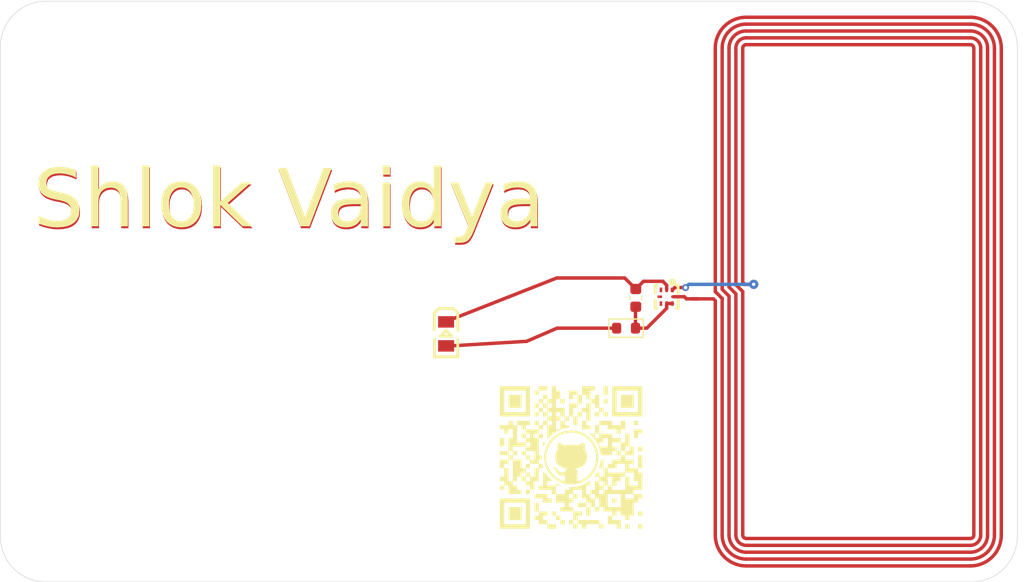
<source format=kicad_pcb>
(kicad_pcb (version 20241229) (generator "pcbnew") (generator_version "9.0")
  (layers (0 "F.Cu" signal) (2 "B.Cu" signal) (13 "F.Paste" user) (15 "B.Paste" user) (5 "F.SilkS" user "F.Silkscreen") (7 "B.SilkS" user "B.Silkscreen") (1 "F.Mask" user) (3 "B.Mask" user) (25 "Edge.Cuts" user))
  (net 0 "")
  (net 1 "Net-(LED1-+)")
  (net 2 "Net-(LED1--)")
  (net 3 "Net-(U1-LA)")
  (net 5 "Net-(U1-LB)")
  (net 8 "Net-(U1-VCC)")
  (footprint "logo:logo" (layer "F.Cu") (at 148.2 59.06)
    (property "Reference" "G***" (hide yes))
    (property "Value" "LOGO" (hide yes))
  )
  (footprint "CyberCard:LED0805-R-RD" (layer "F.Cu") (at 137.27 48.25 -90)
    (property "Reference" "LED1" (hide yes))
    (property "Value" "17-21SUYC/TR8" (hide yes))
    (pad "1" smd rect (at 1.05 0 90) (size 1 1.4) (layers "F.Cu" "F.Mask" "F.Paste") (net 1 "Net-(LED1-+)"))
    (pad "2" smd rect (at -1.05 0 90) (size 1 1.4) (layers "F.Cu" "F.Mask" "F.Paste") (net 2 "Net-(LED1--)"))
  )
  (footprint "Capacitor_SMD:C_0603_1608Metric" (layer "F.Cu") (at 153.85 45.1 -90)
    (property "Reference" "C1" (hide yes))
    (property "Value" "220nF" (hide yes))
    (pad "1" smd roundrect (at -0.775 0 270) (size 0.9 0.95) (layers "F.Cu" "F.Mask" "F.Paste") (net 2 "Net-(LED1--)"))
    (pad "2" smd roundrect (at 0.775 0 270) (size 0.9 0.95) (layers "F.Cu" "F.Mask" "F.Paste") (net 8 "Net-(U1-VCC)"))
  )
  (footprint "CyberCard:XQFN-8_L1.6-W1.6-P0.50-BL_NT3H2111W0FHKH" (layer "F.Cu") (at 156.55 45 -90)
    (property "Reference" "U1" (hide yes))
    (property "Value" "NT3H2111W0FHKH" (hide yes))
    (pad "1" smd rect (at -0.6 -0.5 270) (size 0.4 0.28) (layers "F.Cu" "F.Mask" "F.Paste") (net 3 "Net-(U1-LA)"))
    (pad "2" smd rect (at -0.6 0 270) (size 0.4 0.22) (layers "F.Cu" "F.Mask" "F.Paste") (net 2 "Net-(LED1--)"))
    (pad "3" smd rect (at -0.6 0.5 270) (size 0.4 0.22) (layers "F.Cu" "F.Mask" "F.Paste"))
    (pad "4" smd rect (at 0 0.6) (size 0.4 0.22) (layers "F.Cu" "F.Mask" "F.Paste"))
    (pad "5" smd rect (at 0.6 0.5 270) (size 0.4 0.22) (layers "F.Cu" "F.Mask" "F.Paste"))
    (pad "6" smd rect (at 0.6 0 270) (size 0.4 0.22) (layers "F.Cu" "F.Mask" "F.Paste") (net 8 "Net-(U1-VCC)"))
    (pad "7" smd rect (at 0.6 -0.5 270) (size 0.4 0.22) (layers "F.Cu" "F.Mask" "F.Paste") (net 8 "Net-(U1-VCC)"))
    (pad "8" smd rect (at 0 -0.6) (size 0.4 0.22) (layers "F.Cu" "F.Mask" "F.Paste") (net 5 "Net-(U1-LB)"))
  )
  (footprint "CyberCard:25X48MM_NFC_ANTENNA" (layer "F.Cu") (at 173.3 44.55 90)
    (property "Reference" "L1" (hide yes))
    (property "Value" "25X48MM_NFC_ANTENNA")
    (fp_line (start -0.635 -13.335) (end -0.635 -12.6649) (stroke (width 0.3)) (layer "F.Cu"))
    (fp_line (start -0.635 -12.6649) (end -0.8001 -12.5001) (stroke (width 0.3)) (layer "F.Cu"))
    (fp_line (start 0 -12.5001) (end 21.2999 -12.5001) (stroke (width 0.3)) (layer "F.Cu"))
    (fp_line (start -0.8001 -12.5001) (end -21.2999 -12.5001) (stroke (width 0.3)) (layer "F.Cu"))
    (fp_line (start 0.1999 -11.8999) (end 21.2999 -11.8999) (stroke (width 0.3)) (layer "F.Cu"))
    (fp_line (start -0.5999 -11.8999) (end 0 -12.5001) (stroke (width 0.3)) (layer "F.Cu"))
    (fp_line (start -21.2999 -11.8999) (end -0.5999 -11.8999) (stroke (width 0.3)) (layer "F.Cu"))
    (fp_line (start 0.4 -11.3) (end 21.2999 -11.3) (stroke (width 0.3)) (layer "F.Cu"))
    (fp_line (start -0.4 -11.3) (end 0.1999 -11.8999) (stroke (width 0.3)) (layer "F.Cu"))
    (fp_line (start -21.2999 -11.3) (end -0.4 -11.3) (stroke (width 0.3)) (layer "F.Cu"))
    (fp_line (start 0.5999 -10.7) (end 21.2999 -10.7) (stroke (width 0.3)) (layer "F.Cu"))
    (fp_line (start -0.1999 -10.7) (end 0.4 -11.3) (stroke (width 0.3)) (layer "F.Cu"))
    (fp_line (start -21.2999 -10.7) (end -0.1999 -10.7) (stroke (width 0.3)) (layer "F.Cu"))
    (fp_line (start 21.2999 -10.1001) (end 0.8001 -10.1001) (stroke (width 0.3)) (layer "F.Cu"))
    (fp_line (start 0.8001 -10.1001) (end 0.635 -9.935) (stroke (width 0.3)) (layer "F.Cu"))
    (fp_line (start 0 -10.1001) (end 0.5999 -10.7) (stroke (width 0.3)) (layer "F.Cu"))
    (fp_line (start -21.2999 -10.1001) (end 0 -10.1001) (stroke (width 0.3)) (layer "F.Cu"))
    (fp_line (start 0.635 -9.935) (end 0.635 -9.525) (stroke (width 0.3)) (layer "F.Cu"))
    (fp_line (start 24 -9.8001) (end 24 9.8001) (stroke (width 0.3)) (layer "F.Cu"))
    (fp_line (start 23.4 -9.8001) (end 23.4 9.8001) (stroke (width 0.3)) (layer "F.Cu"))
    (fp_line (start 22.8001 -9.8001) (end 22.8001 9.8001) (stroke (width 0.3)) (layer "F.Cu"))
    (fp_line (start 22.1999 -9.8001) (end 22.1999 9.8001) (stroke (width 0.3)) (layer "F.Cu"))
    (fp_line (start 21.5999 -9.8001) (end 21.5999 9.8001) (stroke (width 0.3)) (layer "F.Cu"))
    (fp_line (start -21.5999 -9.8001) (end -21.5999 9.8001) (stroke (width 0.3)) (layer "F.Cu"))
    (fp_line (start -22.1999 -9.8001) (end -22.1999 9.8001) (stroke (width 0.3)) (layer "F.Cu"))
    (fp_line (start -22.8001 -9.8001) (end -22.8001 9.8001) (stroke (width 0.3)) (layer "F.Cu"))
    (fp_line (start -23.4 -9.8001) (end -23.4 9.8001) (stroke (width 0.3)) (layer "F.Cu"))
    (fp_line (start -24 -9.8001) (end -24 9.8001) (stroke (width 0.3)) (layer "F.Cu"))
    (fp_line (start -21.2999 10.1001) (end 21.2999 10.1001) (stroke (width 0.3)) (layer "F.Cu"))
    (fp_line (start -21.2999 10.7) (end 21.2999 10.7) (stroke (width 0.3)) (layer "F.Cu"))
    (fp_line (start -21.2999 11.3) (end 21.2999 11.3) (stroke (width 0.3)) (layer "F.Cu"))
    (fp_line (start -21.2999 11.8999) (end 21.2999 11.8999) (stroke (width 0.3)) (layer "F.Cu"))
    (fp_line (start -21.2999 12.4998) (end 21.2999 12.4998) (stroke (width 0.3)) (layer "F.Cu"))
    (fp_arc (start 21.2999 -12.5001) (mid 23.209088 -11.709288) (end 24 -9.8001) (stroke (width 0.3)) (layer "F.Cu"))
    (fp_arc (start 21.2999 -11.8999) (mid 22.784789 -11.284901) (end 23.4 -9.8001) (stroke (width 0.3)) (layer "F.Cu"))
    (fp_arc (start 21.2999 -11.3) (mid 22.360683 -10.860796) (end 22.8001 -9.8001) (stroke (width 0.3)) (layer "F.Cu"))
    (fp_arc (start 21.2999 -10.7) (mid 21.936225 -10.436425) (end 22.1999 -9.8001) (stroke (width 0.3)) (layer "F.Cu"))
    (fp_arc (start 21.2999 -10.1001) (mid 21.512032 -10.012232) (end 21.5999 -9.8001) (stroke (width 0.3)) (layer "F.Cu"))
    (fp_arc (start -21.5999 -9.8001) (mid -21.512032 -10.012232) (end -21.2999 -10.1001) (stroke (width 0.3)) (layer "F.Cu"))
    (fp_arc (start -22.1999 -9.8001) (mid -21.936296 -10.436496) (end -21.2999 -10.7) (stroke (width 0.3)) (layer "F.Cu"))
    (fp_arc (start -22.8001 -9.8001) (mid -22.360683 -10.860796) (end -21.2999 -11.3) (stroke (width 0.3)) (layer "F.Cu"))
    (fp_arc (start -23.4 -9.8001) (mid -22.784789 -11.284901) (end -21.2999 -11.8999) (stroke (width 0.3)) (layer "F.Cu"))
    (fp_arc (start -24 -9.8001) (mid -23.209159 -11.709359) (end -21.2999 -12.5001) (stroke (width 0.3)) (layer "F.Cu"))
    (fp_arc (start 24 9.8001) (mid 23.209159 11.709359) (end 21.2999 12.5001) (stroke (width 0.3)) (layer "F.Cu"))
    (fp_arc (start 23.4 9.8001) (mid 22.784789 11.284901) (end 21.2999 11.8999) (stroke (width 0.3)) (layer "F.Cu"))
    (fp_arc (start 22.8001 9.8001) (mid 22.360683 10.860796) (end 21.2999 11.3) (stroke (width 0.3)) (layer "F.Cu"))
    (fp_arc (start 22.1999 9.8001) (mid 21.936296 10.436496) (end 21.2999 10.7) (stroke (width 0.3)) (layer "F.Cu"))
    (fp_arc (start 21.5999 9.8001) (mid 21.512032 10.012232) (end 21.2999 10.1001) (stroke (width 0.3)) (layer "F.Cu"))
    (fp_arc (start -21.2999 10.1001) (mid -21.512032 10.012232) (end -21.5999 9.8001) (stroke (width 0.3)) (layer "F.Cu"))
    (fp_arc (start -21.2999 10.7) (mid -21.936225 10.436425) (end -22.1999 9.8001) (stroke (width 0.3)) (layer "F.Cu"))
    (fp_arc (start -21.2999 11.3) (mid -22.360683 10.860796) (end -22.8001 9.8001) (stroke (width 0.3)) (layer "F.Cu"))
    (fp_arc (start -21.2999 11.8999) (mid -22.784789 11.284901) (end -23.4 9.8001) (stroke (width 0.3)) (layer "F.Cu"))
    (fp_arc (start -21.2999 12.5001) (mid -23.209088 11.709288) (end -24 9.8001) (stroke (width 0.3)) (layer "F.Cu"))
    (pad "P$1" smd rect (at -0.635 -14 180) (size 1.3 0.3) (layers "F.Cu" "F.Mask" "F.Paste"))
    (pad "P$2" thru_hole oval (at 0.635 -9.144 90) (size 0.808 0.808) (drill oval 0.3005 0.3002) (layers "*.Cu" "*.Mask"))
  )
  (footprint "PCM_Resistor_SMD_AKL:R_0603_1608Metric" (layer "F.Cu") (at 153 47.75)
    (property "Reference" "R1" (hide yes))
    (property "Value" "47" (hide yes))
    (pad "1" smd roundrect (at -0.825 0) (size 0.8 0.95) (layers "F.Cu" "F.Mask" "F.Paste") (net 1 "Net-(LED1-+)"))
    (pad "2" smd roundrect (at 0.825 0) (size 0.8 0.95) (layers "F.Cu" "F.Mask" "F.Paste") (net 8 "Net-(U1-VCC)"))
  )
  (footprint "logo:front" (layer "F.Cu") (at 142.8 44.44)
    (property "Reference" "G***" (hide yes))
    (property "Value" "LOGO" (hide yes))
  )
  (footprint "logo:back" (layer "B.Cu") (at 142.87 44.47 180)
    (property "Reference" "G***" (hide yes))
    (property "Value" "LOGO" (hide yes))
  )
  (gr_line (start 152.15 47.75) (end 146.97 47.75) (stroke (width 0.3)) (layer "F.Cu") (net 1))
  (gr_line (start 144.31 48.9) (end 137.19 49.33) (stroke (width 0.3)) (layer "F.Cu") (net 1))
  (gr_line (start 146.94 43.36) (end 137.19 47.2) (stroke (width 0.3)) (layer "F.Cu") (net 2))
  (gr_line (start 146.97 47.75) (end 144.31 48.9) (stroke (width 0.3)) (layer "F.Cu") (net 1))
  (gr_line (start 183.2 69.95) (end 102.3 69.95) (stroke (width 0.05)) (layer "Edge.Cuts"))
  (gr_arc (start 187.2 65.95) (mid 186.028427 68.778427) (end 183.2 69.95) (stroke (width 0.05)) (layer "Edge.Cuts"))
  (gr_arc (start 98.3 23.15) (mid 99.471573 20.321573) (end 102.3 19.15) (stroke (width 0.05)) (layer "Edge.Cuts"))
  (gr_line (start 187.2 23.15) (end 187.2 65.95) (stroke (width 0.05)) (layer "Edge.Cuts"))
  (gr_line (start 98.3 65.95) (end 98.3 23.15) (stroke (width 0.05)) (layer "Edge.Cuts"))
  (gr_line (start 102.3 19.15) (end 183.2 19.15) (stroke (width 0.05)) (layer "Edge.Cuts"))
  (gr_arc (start 183.2 19.15) (mid 186.028427 20.321573) (end 187.2 23.15) (stroke (width 0.05)) (layer "Edge.Cuts"))
  (gr_arc (start 102.3 69.95) (mid 99.471573 68.778427) (end 98.3 65.95) (stroke (width 0.05)) (layer "Edge.Cuts"))
  (gr_text "Shlok Vaidya" (at 101.22 39.86 0) (layer "F.Cu") (effects (font (size 5 5)) (justify left bottom)))
  (gr_text "Shlok Vaidya" (at 101.165823 39.684187 0) (layer "F.SilkS") (effects (font (size 5 5)) (justify left bottom)))
  (segment (start 156.55 44.4) (end 156.55 43.988) (width 0.3) (layer "F.Cu") (net 2))
  (segment (start 153.85 44.325) (end 152.885 43.36) (width 0.3) (layer "F.Cu") (net 2))
  (segment (start 154.525 43.65) (end 153.85 44.325) (width 0.3) (layer "F.Cu") (net 2))
  (segment (start 156.55 43.988) (end 156.212 43.65) (width 0.3) (layer "F.Cu") (net 2))
  (segment (start 156.212 43.65) (end 154.525 43.65) (width 0.3) (layer "F.Cu") (net 2))
  (segment (start 152.885 43.36) (end 146.96 43.36) (width 0.3) (layer "F.Cu") (net 2))
  (segment (start 157.25 44.2) (end 157.05 44.4) (width 0.3) (layer "F.Cu") (net 3))
  (segment (start 158.2 44.2) (end 157.25 44.2) (width 0.3) (layer "F.Cu") (net 3))
  (via (at 158.2 44.2) (size 0.6) (drill 0.3) (layers "F.Cu" "B.Cu") (net 3))
  (segment (start 164.156 43.915) (end 158.485 43.915) (width 0.3) (layer "B.Cu") (net 3))
  (segment (start 158.485 43.915) (end 158.2 44.2) (width 0.3) (layer "B.Cu") (net 3))
  (segment (start 159.3 45.185) (end 158.285 45.185) (width 0.3) (layer "F.Cu") (net 5))
  (segment (start 158.285 45.185) (end 158.1 45) (width 0.3) (layer "F.Cu") (net 5))
  (segment (start 158.1 45) (end 157.15 45) (width 0.3) (layer "F.Cu") (net 5))
  (segment (start 153.825 45.9) (end 153.85 45.875) (width 0.3) (layer "F.Cu") (net 8))
  (segment (start 156.55 45.6) (end 156.55 46.012) (width 0.3) (layer "F.Cu") (net 8))
  (segment (start 156.55 46.012) (end 154.812 47.75) (width 0.3) (layer "F.Cu") (net 8))
  (segment (start 154.812 47.75) (end 153.825 47.75) (width 0.3) (layer "F.Cu") (net 8))
  (segment (start 153.825 47.75) (end 153.825 45.9) (width 0.3) (layer "F.Cu") (net 8))
  (segment (start 156.55 45.6) (end 157.05 45.6) (width 0.3) (layer "F.Cu") (net 8))
)
</source>
